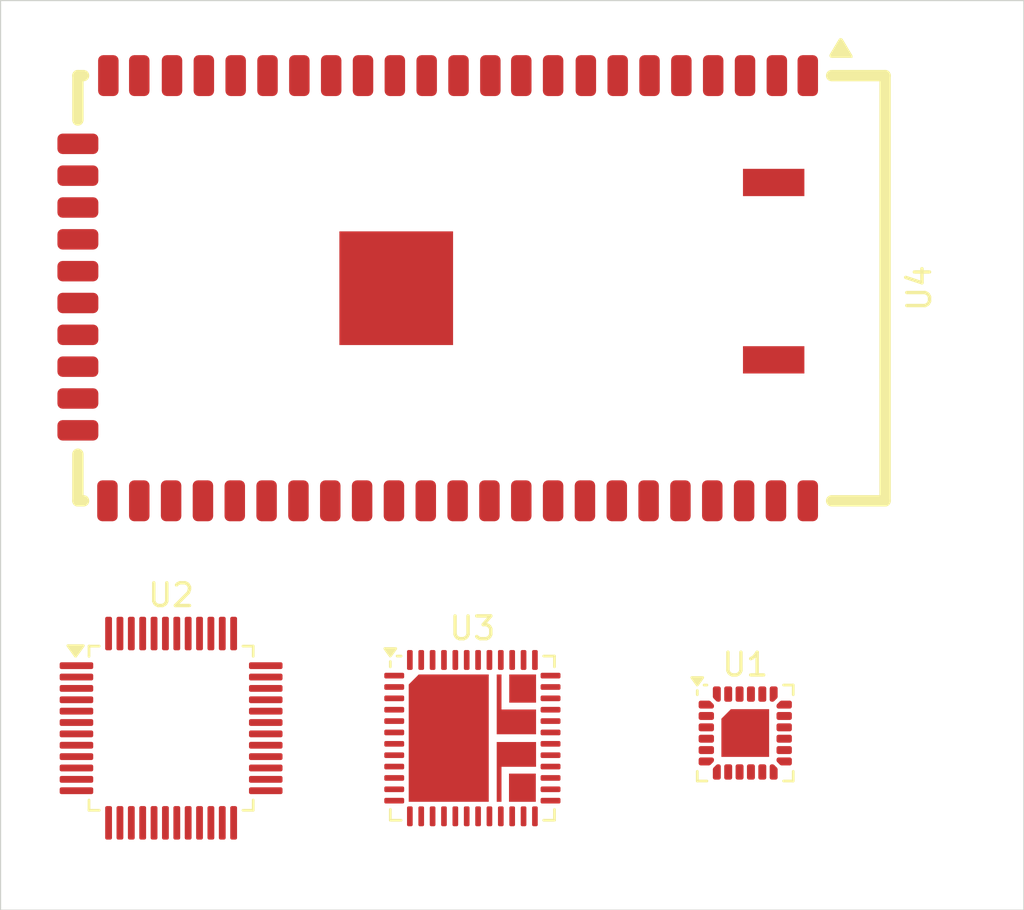
<source format=kicad_pcb>
(kicad_pcb (version 20240108) (generator "pcbnew") (generator_version "8.0")
  (layers (0 "F.Cu" signal) (31 "B.Cu" signal) (34 "B.Paste" user) (35 "F.Paste" user) (36 "B.SilkS" user "B.Silkscreen") (37 "F.SilkS" user "F.Silkscreen") (38 "B.Mask" user) (39 "F.Mask" user) (44 "Edge.Cuts" user))
  (net 0 "")
  (footprint "mipt:QFN-48-1EP_7x7mm_P0.5mm_EP5.6x5.6mm_1" (layer "F.Cu") (at 100.25 78.9375)
    (property "Reference" "U3" (at 0 -4.83 0) (layer "F.SilkS"))
    (property "Value" "XS2184")
    (fp_line (start -3.61 -3.135) (end -3.61 -3.37) (stroke (width 0.12)) (layer "F.SilkS"))
    (fp_line (start -3.61 3.61) (end -3.61 3.135) (stroke (width 0.12)) (layer "F.SilkS"))
    (fp_line (start -3.135 -3.61) (end -3.31 -3.61) (stroke (width 0.12)) (layer "F.SilkS"))
    (fp_line (start -3.135 3.61) (end -3.61 3.61) (stroke (width 0.12)) (layer "F.SilkS"))
    (fp_line (start 3.135 -3.61) (end 3.61 -3.61) (stroke (width 0.12)) (layer "F.SilkS"))
    (fp_line (start 3.135 3.61) (end 3.61 3.61) (stroke (width 0.12)) (layer "F.SilkS"))
    (fp_line (start 3.61 -3.61) (end 3.61 -3.135) (stroke (width 0.12)) (layer "F.SilkS"))
    (fp_line (start 3.61 3.61) (end 3.61 3.135) (stroke (width 0.12)) (layer "F.SilkS"))
    (fp_poly (pts (xy -3.61 -3.61) (xy -3.85 -3.94) (xy -3.37 -3.94) (xy -3.61 -3.61)) (stroke (width 0.12)) (fill solid) (layer "F.SilkS"))
    (pad "1" smd roundrect (at -3.4375 -2.75) (size 0.875 0.25) (layers "F.Cu" "F.Paste" "F.Mask"))
    (pad "2" smd roundrect (at -3.4375 -2.25) (size 0.875 0.25) (layers "F.Cu" "F.Paste" "F.Mask"))
    (pad "3" smd roundrect (at -3.4375 -1.75) (size 0.875 0.25) (layers "F.Cu" "F.Paste" "F.Mask"))
    (pad "4" smd roundrect (at -3.4375 -1.25) (size 0.875 0.25) (layers "F.Cu" "F.Paste" "F.Mask"))
    (pad "5" smd roundrect (at -3.4375 -0.75) (size 0.875 0.25) (layers "F.Cu" "F.Paste" "F.Mask"))
    (pad "6" smd roundrect (at -3.4375 -0.25) (size 0.875 0.25) (layers "F.Cu" "F.Paste" "F.Mask"))
    (pad "7" smd roundrect (at -3.4375 0.25) (size 0.875 0.25) (layers "F.Cu" "F.Paste" "F.Mask"))
    (pad "8" smd roundrect (at -3.4375 0.75) (size 0.875 0.25) (layers "F.Cu" "F.Paste" "F.Mask"))
    (pad "9" smd roundrect (at -3.4375 1.25) (size 0.875 0.25) (layers "F.Cu" "F.Paste" "F.Mask"))
    (pad "10" smd roundrect (at -3.4375 1.75) (size 0.875 0.25) (layers "F.Cu" "F.Paste" "F.Mask"))
    (pad "11" smd roundrect (at -3.4375 2.25) (size 0.875 0.25) (layers "F.Cu" "F.Paste" "F.Mask"))
    (pad "12" smd roundrect (at -3.4375 2.75) (size 0.875 0.25) (layers "F.Cu" "F.Paste" "F.Mask"))
    (pad "13" smd roundrect (at -2.75 3.4375) (size 0.25 0.875) (layers "F.Cu" "F.Paste" "F.Mask"))
    (pad "14" smd roundrect (at -2.25 3.4375) (size 0.25 0.875) (layers "F.Cu" "F.Paste" "F.Mask"))
    (pad "15" smd roundrect (at -1.75 3.4375) (size 0.25 0.875) (layers "F.Cu" "F.Paste" "F.Mask"))
    (pad "16" smd roundrect (at -1.25 3.4375) (size 0.25 0.875) (layers "F.Cu" "F.Paste" "F.Mask"))
    (pad "17" smd roundrect (at -0.75 3.4375) (size 0.25 0.875) (layers "F.Cu" "F.Paste" "F.Mask"))
    (pad "18" smd roundrect (at -0.25 3.4375) (size 0.25 0.875) (layers "F.Cu" "F.Paste" "F.Mask"))
    (pad "19" smd roundrect (at 0.25 3.4375) (size 0.25 0.875) (layers "F.Cu" "F.Paste" "F.Mask"))
    (pad "20" smd roundrect (at 0.75 3.4375) (size 0.25 0.875) (layers "F.Cu" "F.Paste" "F.Mask"))
    (pad "21" smd roundrect (at 1.25 3.4375) (size 0.25 0.875) (layers "F.Cu" "F.Paste" "F.Mask"))
    (pad "22" smd roundrect (at 1.75 3.4375) (size 0.25 0.875) (layers "F.Cu" "F.Paste" "F.Mask"))
    (pad "23" smd roundrect (at 2.25 3.4375) (size 0.25 0.875) (layers "F.Cu" "F.Paste" "F.Mask"))
    (pad "24" smd roundrect (at 2.75 3.4375) (size 0.25 0.875) (layers "F.Cu" "F.Paste" "F.Mask"))
    (pad "25" smd roundrect (at 3.4375 2.75) (size 0.875 0.25) (layers "F.Cu" "F.Paste" "F.Mask"))
    (pad "26" smd roundrect (at 3.4375 2.25) (size 0.875 0.25) (layers "F.Cu" "F.Paste" "F.Mask"))
    (pad "27" smd roundrect (at 3.4375 1.75) (size 0.875 0.25) (layers "F.Cu" "F.Paste" "F.Mask"))
    (pad "28" smd roundrect (at 3.4375 1.25) (size 0.875 0.25) (layers "F.Cu" "F.Paste" "F.Mask"))
    (pad "29" smd roundrect (at 3.4375 0.75) (size 0.875 0.25) (layers "F.Cu" "F.Paste" "F.Mask"))
    (pad "30" smd roundrect (at 3.4375 0.25) (size 0.875 0.25) (layers "F.Cu" "F.Paste" "F.Mask"))
    (pad "31" smd roundrect (at 3.4375 -0.25) (size 0.875 0.25) (layers "F.Cu" "F.Paste" "F.Mask"))
    (pad "32" smd roundrect (at 3.4375 -0.75) (size 0.875 0.25) (layers "F.Cu" "F.Paste" "F.Mask"))
    (pad "33" smd roundrect (at 3.4375 -1.25) (size 0.875 0.25) (layers "F.Cu" "F.Paste" "F.Mask"))
    (pad "34" smd roundrect (at 3.4375 -1.75) (size 0.875 0.25) (layers "F.Cu" "F.Paste" "F.Mask"))
    (pad "35" smd roundrect (at 3.4375 -2.25) (size 0.875 0.25) (layers "F.Cu" "F.Paste" "F.Mask"))
    (pad "36" smd roundrect (at 3.4375 -2.75) (size 0.875 0.25) (layers "F.Cu" "F.Paste" "F.Mask"))
    (pad "37" smd roundrect (at 2.75 -3.4375) (size 0.25 0.875) (layers "F.Cu" "F.Paste" "F.Mask"))
    (pad "38" smd roundrect (at 2.25 -3.4375) (size 0.25 0.875) (layers "F.Cu" "F.Paste" "F.Mask"))
    (pad "39" smd roundrect (at 1.75 -3.4375) (size 0.25 0.875) (layers "F.Cu" "F.Paste" "F.Mask"))
    (pad "40" smd roundrect (at 1.25 -3.4375) (size 0.25 0.875) (layers "F.Cu" "F.Paste" "F.Mask"))
    (pad "41" smd roundrect (at 0.75 -3.4375) (size 0.25 0.875) (layers "F.Cu" "F.Paste" "F.Mask"))
    (pad "42" smd roundrect (at 0.25 -3.4375) (size 0.25 0.875) (layers "F.Cu" "F.Paste" "F.Mask"))
    (pad "43" smd roundrect (at -0.25 -3.4375) (size 0.25 0.875) (layers "F.Cu" "F.Paste" "F.Mask"))
    (pad "44" smd roundrect (at -0.75 -3.4375) (size 0.25 0.875) (layers "F.Cu" "F.Paste" "F.Mask"))
    (pad "45" smd roundrect (at -1.25 -3.4375) (size 0.25 0.875) (layers "F.Cu" "F.Paste" "F.Mask"))
    (pad "46" smd roundrect (at -1.75 -3.4375) (size 0.25 0.875) (layers "F.Cu" "F.Paste" "F.Mask"))
    (pad "47" smd roundrect (at -2.25 -3.4375) (size 0.25 0.875) (layers "F.Cu" "F.Paste" "F.Mask"))
    (pad "48" smd roundrect (at -2.75 -3.4375) (size 0.25 0.875) (layers "F.Cu" "F.Paste" "F.Mask"))
    (pad "49" smd roundrect (at -1.04 0) (size 3.52 5.6) (property pad_prop_heatsink) (layers "F.Cu" "F.Paste" "F.Mask") (roundrect_rratio 0) (chamfer_ratio 0.125) (chamfer top_left))
    (pad "50" smd rect (at 2.21 -2.18) (size 1.18 1.24) (property pad_prop_heatsink) (layers "F.Cu" "F.Paste" "F.Mask"))
    (pad "51" smd custom (at 1.75 -0.5) (size 0.84 0.5) (property pad_prop_heatsink) (layers "F.Cu" "F.Paste" "F.Mask") (options (clearance outline) (anchor rect)) (primitives (gr_poly (pts (xy -0.68 -2.3) (xy -0.47 -2.3) (xy -0.47 -0.76) (xy 1.05 -0.76) (xy 1.05 0.33) (xy -0.68 0.33)) (width 0) (fill yes))))
    (pad "52" smd custom (at 1.75 0.5) (size 0.84 0.5) (property pad_prop_heatsink) (layers "F.Cu" "F.Paste" "F.Mask") (options (clearance outline) (anchor rect)) (primitives (gr_poly (pts (xy -0.68 2.3) (xy -0.47 2.3) (xy -0.47 0.76) (xy 1.05 0.76) (xy 1.05 -0.33) (xy -0.68 -0.33)) (width 0) (fill yes))))
    (pad "53" smd rect (at 2.2 2.18) (size 1.18 1.24) (property pad_prop_heatsink) (layers "F.Cu" "F.Paste" "F.Mask"))
  )
  (footprint "mipt:HLK-7628N" (layer "F.Cu") (at 100.65 59.15)
    (property "Reference" "U4" (at 19.25 0 90) (layer "F.SilkS"))
    (property "Value" "HLK-7628N")
    (fp_line (start -17.75 -9.35) (end -17.75 -7.4) (stroke (width 0.5)) (layer "F.SilkS"))
    (fp_line (start -17.75 -9.35) (end -17.5 -9.35) (stroke (width 0.5)) (layer "F.SilkS"))
    (fp_line (start -17.75 7.3) (end -17.75 9.35) (stroke (width 0.5)) (layer "F.SilkS"))
    (fp_line (start -17.75 9.35) (end -17.5 9.35) (stroke (width 0.5)) (layer "F.SilkS"))
    (fp_line (start 17.75 -9.35) (end 15.4 -9.35) (stroke (width 0.5)) (layer "F.SilkS"))
    (fp_line (start 17.75 -9.35) (end 17.750627 9.350627) (stroke (width 0.5)) (layer "F.SilkS"))
    (fp_line (start 17.75 9.35) (end 15.4 9.35) (stroke (width 0.5)) (layer "F.SilkS"))
    (fp_poly (pts (xy 15.4 -10.23) (xy 15.8 -10.9) (xy 16.2 -10.23)) (stroke (width 0.2)) (fill solid) (layer "F.SilkS"))
    (pad "" smd rect (at -3.75 0) (size 5 5) (layers "F.Cu" "F.Paste" "F.Mask"))
    (pad "" smd rect (at 12.85 -4.65) (size 2.7 1.2) (layers "F.Cu" "F.Paste" "F.Mask"))
    (pad "" smd rect (at 12.85 3.15) (size 2.7 1.2) (layers "F.Cu" "F.Paste" "F.Mask"))
    (pad "1" smd roundrect (at 14.35 -9.35) (size 0.9 1.8) (layers "F.Cu" "F.Paste" "F.Mask"))
    (pad "2" smd roundrect (at 12.99 -9.35) (size 0.9 1.8) (layers "F.Cu" "F.Paste" "F.Mask"))
    (pad "3" smd roundrect (at 11.59 -9.35) (size 0.9 1.8) (layers "F.Cu" "F.Paste" "F.Mask"))
    (pad "4" smd roundrect (at 10.19 -9.35) (size 0.9 1.8) (layers "F.Cu" "F.Paste" "F.Mask"))
    (pad "5" smd roundrect (at 8.79 -9.35) (size 0.9 1.8) (layers "F.Cu" "F.Paste" "F.Mask"))
    (pad "6" smd roundrect (at 7.39 -9.35) (size 0.9 1.8) (layers "F.Cu" "F.Paste" "F.Mask"))
    (pad "7" smd roundrect (at 5.99 -9.35) (size 0.9 1.8) (layers "F.Cu" "F.Paste" "F.Mask"))
    (pad "8" smd roundrect (at 4.59 -9.35) (size 0.9 1.8) (layers "F.Cu" "F.Paste" "F.Mask"))
    (pad "9" smd roundrect (at 3.15 -9.35) (size 0.9 1.8) (layers "F.Cu" "F.Paste" "F.Mask"))
    (pad "10" smd roundrect (at 1.75 -9.35) (size 0.9 1.8) (layers "F.Cu" "F.Paste" "F.Mask"))
    (pad "11" smd roundrect (at 0.39 -9.35) (size 0.9 1.8) (layers "F.Cu" "F.Paste" "F.Mask"))
    (pad "12" smd roundrect (at -1.01 -9.35) (size 0.9 1.8) (layers "F.Cu" "F.Paste" "F.Mask"))
    (pad "13" smd roundrect (at -2.41 -9.35) (size 0.9 1.8) (layers "F.Cu" "F.Paste" "F.Mask"))
    (pad "14" smd roundrect (at -3.81 -9.35) (size 0.9 1.8) (layers "F.Cu" "F.Paste" "F.Mask"))
    (pad "15" smd roundrect (at -5.21 -9.35) (size 0.9 1.8) (layers "F.Cu" "F.Paste" "F.Mask"))
    (pad "16" smd roundrect (at -6.61 -9.35) (size 0.9 1.8) (layers "F.Cu" "F.Paste" "F.Mask"))
    (pad "17" smd roundrect (at -8.01 -9.35) (size 0.9 1.8) (layers "F.Cu" "F.Paste" "F.Mask"))
    (pad "18" smd roundrect (at -9.41 -9.35) (size 0.9 1.8) (layers "F.Cu" "F.Paste" "F.Mask"))
    (pad "19" smd roundrect (at -10.81 -9.35) (size 0.9 1.8) (layers "F.Cu" "F.Paste" "F.Mask"))
    (pad "20" smd roundrect (at -12.21 -9.35) (size 0.9 1.8) (layers "F.Cu" "F.Paste" "F.Mask"))
    (pad "21" smd roundrect (at -13.61 -9.35) (size 0.9 1.8) (layers "F.Cu" "F.Paste" "F.Mask"))
    (pad "22" smd roundrect (at -15.05 -9.35) (size 0.9 1.8) (layers "F.Cu" "F.Paste" "F.Mask"))
    (pad "23" smd roundrect (at -16.41 -9.35) (size 0.9 1.8) (layers "F.Cu" "F.Paste" "F.Mask"))
    (pad "24" smd roundrect (at -17.75 -6.35 90) (size 0.9 1.8) (layers "F.Cu" "F.Paste" "F.Mask"))
    (pad "25" smd roundrect (at -17.75 -4.95 90) (size 0.9 1.8) (layers "F.Cu" "F.Paste" "F.Mask"))
    (pad "26" smd roundrect (at -17.75 -3.55 90) (size 0.9 1.8) (layers "F.Cu" "F.Paste" "F.Mask"))
    (pad "27" smd roundrect (at -17.75 -2.15 90) (size 0.9 1.8) (layers "F.Cu" "F.Paste" "F.Mask"))
    (pad "28" smd roundrect (at -17.75 -0.75 90) (size 0.9 1.8) (layers "F.Cu" "F.Paste" "F.Mask"))
    (pad "29" smd roundrect (at -17.75 0.65 90) (size 0.9 1.8) (layers "F.Cu" "F.Paste" "F.Mask"))
    (pad "30" smd roundrect (at -17.75 2.05 90) (size 0.9 1.8) (layers "F.Cu" "F.Paste" "F.Mask"))
    (pad "31" smd roundrect (at -17.75 3.45 90) (size 0.9 1.8) (layers "F.Cu" "F.Paste" "F.Mask"))
    (pad "32" smd roundrect (at -17.75 4.85 90) (size 0.9 1.8) (layers "F.Cu" "F.Paste" "F.Mask"))
    (pad "33" smd roundrect (at -17.75 6.25 90) (size 0.9 1.8) (layers "F.Cu" "F.Paste" "F.Mask"))
    (pad "34" smd roundrect (at -16.45 9.35) (size 0.9 1.8) (layers "F.Cu" "F.Paste" "F.Mask"))
    (pad "35" smd roundrect (at -15.05 9.35) (size 0.9 1.8) (layers "F.Cu" "F.Paste" "F.Mask"))
    (pad "36" smd roundrect (at -13.65 9.35) (size 0.9 1.8) (layers "F.Cu" "F.Paste" "F.Mask"))
    (pad "37" smd roundrect (at -12.25 9.35) (size 0.9 1.8) (layers "F.Cu" "F.Paste" "F.Mask"))
    (pad "38" smd roundrect (at -10.85 9.35) (size 0.9 1.8) (layers "F.Cu" "F.Paste" "F.Mask"))
    (pad "39" smd roundrect (at -9.45 9.35) (size 0.9 1.8) (layers "F.Cu" "F.Paste" "F.Mask"))
    (pad "40" smd roundrect (at -8.05 9.35) (size 0.9 1.8) (layers "F.Cu" "F.Paste" "F.Mask"))
    (pad "41" smd roundrect (at -6.65 9.35) (size 0.9 1.8) (layers "F.Cu" "F.Paste" "F.Mask"))
    (pad "42" smd roundrect (at -5.25 9.35) (size 0.9 1.8) (layers "F.Cu" "F.Paste" "F.Mask"))
    (pad "43" smd roundrect (at -3.85 9.35) (size 0.9 1.8) (layers "F.Cu" "F.Paste" "F.Mask"))
    (pad "44" smd roundrect (at -2.45 9.35) (size 0.9 1.8) (layers "F.Cu" "F.Paste" "F.Mask"))
    (pad "45" smd roundrect (at -1.05 9.35) (size 0.9 1.8) (layers "F.Cu" "F.Paste" "F.Mask"))
    (pad "46" smd roundrect (at 0.35 9.35) (size 0.9 1.8) (layers "F.Cu" "F.Paste" "F.Mask"))
    (pad "47" smd roundrect (at 1.75 9.35) (size 0.9 1.8) (layers "F.Cu" "F.Paste" "F.Mask"))
    (pad "48" smd roundrect (at 3.15 9.35) (size 0.9 1.8) (layers "F.Cu" "F.Paste" "F.Mask"))
    (pad "49" smd roundrect (at 4.55 9.35) (size 0.9 1.8) (layers "F.Cu" "F.Paste" "F.Mask"))
    (pad "50" smd roundrect (at 5.95 9.35) (size 0.9 1.8) (layers "F.Cu" "F.Paste" "F.Mask"))
    (pad "51" smd roundrect (at 7.35 9.35) (size 0.9 1.8) (layers "F.Cu" "F.Paste" "F.Mask"))
    (pad "52" smd roundrect (at 8.75 9.35) (size 0.9 1.8) (layers "F.Cu" "F.Paste" "F.Mask"))
    (pad "53" smd roundrect (at 10.15 9.35) (size 0.9 1.8) (layers "F.Cu" "F.Paste" "F.Mask"))
    (pad "54" smd roundrect (at 11.55 9.35) (size 0.9 1.8) (layers "F.Cu" "F.Paste" "F.Mask"))
    (pad "55" smd roundrect (at 12.95 9.35) (size 0.9 1.8) (layers "F.Cu" "F.Paste" "F.Mask"))
    (pad "56" smd roundrect (at 14.35 9.35) (size 0.9 1.8) (layers "F.Cu" "F.Paste" "F.Mask"))
  )
  (footprint "Package_QFP:LQFP-48_7x7mm_P0.5mm" (layer "F.Cu") (at 87 78.5)
    (property "Reference" "U2" (at 0 -5.85 0) (layer "F.SilkS"))
    (property "Value" "BL0910")
    (fp_line (start -3.61 -3.61) (end -3.61 -3.16) (stroke (width 0.12)) (layer "F.SilkS"))
    (fp_line (start -3.61 3.61) (end -3.61 3.16) (stroke (width 0.12)) (layer "F.SilkS"))
    (fp_line (start -3.16 -3.61) (end -3.61 -3.61) (stroke (width 0.12)) (layer "F.SilkS"))
    (fp_line (start -3.16 3.61) (end -3.61 3.61) (stroke (width 0.12)) (layer "F.SilkS"))
    (fp_line (start 3.16 -3.61) (end 3.61 -3.61) (stroke (width 0.12)) (layer "F.SilkS"))
    (fp_line (start 3.16 3.61) (end 3.61 3.61) (stroke (width 0.12)) (layer "F.SilkS"))
    (fp_line (start 3.61 -3.61) (end 3.61 -3.16) (stroke (width 0.12)) (layer "F.SilkS"))
    (fp_line (start 3.61 3.61) (end 3.61 3.16) (stroke (width 0.12)) (layer "F.SilkS"))
    (fp_poly (pts (xy -4.2 -3.16) (xy -4.54 -3.63) (xy -3.86 -3.63) (xy -4.2 -3.16)) (stroke (width 0.12)) (fill solid) (layer "F.SilkS"))
    (pad "1" smd roundrect (at -4.1625 -2.75) (size 1.475 0.3) (layers "F.Cu" "F.Paste" "F.Mask"))
    (pad "2" smd roundrect (at -4.1625 -2.25) (size 1.475 0.3) (layers "F.Cu" "F.Paste" "F.Mask"))
    (pad "3" smd roundrect (at -4.1625 -1.75) (size 1.475 0.3) (layers "F.Cu" "F.Paste" "F.Mask"))
    (pad "4" smd roundrect (at -4.1625 -1.25) (size 1.475 0.3) (layers "F.Cu" "F.Paste" "F.Mask"))
    (pad "5" smd roundrect (at -4.1625 -0.75) (size 1.475 0.3) (layers "F.Cu" "F.Paste" "F.Mask"))
    (pad "6" smd roundrect (at -4.1625 -0.25) (size 1.475 0.3) (layers "F.Cu" "F.Paste" "F.Mask"))
    (pad "7" smd roundrect (at -4.1625 0.25) (size 1.475 0.3) (layers "F.Cu" "F.Paste" "F.Mask"))
    (pad "8" smd roundrect (at -4.1625 0.75) (size 1.475 0.3) (layers "F.Cu" "F.Paste" "F.Mask"))
    (pad "9" smd roundrect (at -4.1625 1.25) (size 1.475 0.3) (layers "F.Cu" "F.Paste" "F.Mask"))
    (pad "10" smd roundrect (at -4.1625 1.75) (size 1.475 0.3) (layers "F.Cu" "F.Paste" "F.Mask"))
    (pad "11" smd roundrect (at -4.1625 2.25) (size 1.475 0.3) (layers "F.Cu" "F.Paste" "F.Mask"))
    (pad "12" smd roundrect (at -4.1625 2.75) (size 1.475 0.3) (layers "F.Cu" "F.Paste" "F.Mask"))
    (pad "13" smd roundrect (at -2.75 4.1625) (size 0.3 1.475) (layers "F.Cu" "F.Paste" "F.Mask"))
    (pad "14" smd roundrect (at -2.25 4.1625) (size 0.3 1.475) (layers "F.Cu" "F.Paste" "F.Mask"))
    (pad "15" smd roundrect (at -1.75 4.1625) (size 0.3 1.475) (layers "F.Cu" "F.Paste" "F.Mask"))
    (pad "16" smd roundrect (at -1.25 4.1625) (size 0.3 1.475) (layers "F.Cu" "F.Paste" "F.Mask"))
    (pad "17" smd roundrect (at -0.75 4.1625) (size 0.3 1.475) (layers "F.Cu" "F.Paste" "F.Mask"))
    (pad "18" smd roundrect (at -0.25 4.1625) (size 0.3 1.475) (layers "F.Cu" "F.Paste" "F.Mask"))
    (pad "19" smd roundrect (at 0.25 4.1625) (size 0.3 1.475) (layers "F.Cu" "F.Paste" "F.Mask"))
    (pad "20" smd roundrect (at 0.75 4.1625) (size 0.3 1.475) (layers "F.Cu" "F.Paste" "F.Mask"))
    (pad "21" smd roundrect (at 1.25 4.1625) (size 0.3 1.475) (layers "F.Cu" "F.Paste" "F.Mask"))
    (pad "22" smd roundrect (at 1.75 4.1625) (size 0.3 1.475) (layers "F.Cu" "F.Paste" "F.Mask"))
    (pad "23" smd roundrect (at 2.25 4.1625) (size 0.3 1.475) (layers "F.Cu" "F.Paste" "F.Mask"))
    (pad "24" smd roundrect (at 2.75 4.1625) (size 0.3 1.475) (layers "F.Cu" "F.Paste" "F.Mask"))
    (pad "25" smd roundrect (at 4.1625 2.75) (size 1.475 0.3) (layers "F.Cu" "F.Paste" "F.Mask"))
    (pad "26" smd roundrect (at 4.1625 2.25) (size 1.475 0.3) (layers "F.Cu" "F.Paste" "F.Mask"))
    (pad "27" smd roundrect (at 4.1625 1.75) (size 1.475 0.3) (layers "F.Cu" "F.Paste" "F.Mask"))
    (pad "28" smd roundrect (at 4.1625 1.25) (size 1.475 0.3) (layers "F.Cu" "F.Paste" "F.Mask"))
    (pad "29" smd roundrect (at 4.1625 0.75) (size 1.475 0.3) (layers "F.Cu" "F.Paste" "F.Mask"))
    (pad "30" smd roundrect (at 4.1625 0.25) (size 1.475 0.3) (layers "F.Cu" "F.Paste" "F.Mask"))
    (pad "31" smd roundrect (at 4.1625 -0.25) (size 1.475 0.3) (layers "F.Cu" "F.Paste" "F.Mask"))
    (pad "32" smd roundrect (at 4.1625 -0.75) (size 1.475 0.3) (layers "F.Cu" "F.Paste" "F.Mask"))
    (pad "33" smd roundrect (at 4.1625 -1.25) (size 1.475 0.3) (layers "F.Cu" "F.Paste" "F.Mask"))
    (pad "34" smd roundrect (at 4.1625 -1.75) (size 1.475 0.3) (layers "F.Cu" "F.Paste" "F.Mask"))
    (pad "35" smd roundrect (at 4.1625 -2.25) (size 1.475 0.3) (layers "F.Cu" "F.Paste" "F.Mask"))
    (pad "36" smd roundrect (at 4.1625 -2.75) (size 1.475 0.3) (layers "F.Cu" "F.Paste" "F.Mask"))
    (pad "37" smd roundrect (at 2.75 -4.1625) (size 0.3 1.475) (layers "F.Cu" "F.Paste" "F.Mask"))
    (pad "38" smd roundrect (at 2.25 -4.1625) (size 0.3 1.475) (layers "F.Cu" "F.Paste" "F.Mask"))
    (pad "39" smd roundrect (at 1.75 -4.1625) (size 0.3 1.475) (layers "F.Cu" "F.Paste" "F.Mask"))
    (pad "40" smd roundrect (at 1.25 -4.1625) (size 0.3 1.475) (layers "F.Cu" "F.Paste" "F.Mask"))
    (pad "41" smd roundrect (at 0.75 -4.1625) (size 0.3 1.475) (layers "F.Cu" "F.Paste" "F.Mask"))
    (pad "42" smd roundrect (at 0.25 -4.1625) (size 0.3 1.475) (layers "F.Cu" "F.Paste" "F.Mask"))
    (pad "43" smd roundrect (at -0.25 -4.1625) (size 0.3 1.475) (layers "F.Cu" "F.Paste" "F.Mask"))
    (pad "44" smd roundrect (at -0.75 -4.1625) (size 0.3 1.475) (layers "F.Cu" "F.Paste" "F.Mask"))
    (pad "45" smd roundrect (at -1.25 -4.1625) (size 0.3 1.475) (layers "F.Cu" "F.Paste" "F.Mask"))
    (pad "46" smd roundrect (at -1.75 -4.1625) (size 0.3 1.475) (layers "F.Cu" "F.Paste" "F.Mask"))
    (pad "47" smd roundrect (at -2.25 -4.1625) (size 0.3 1.475) (layers "F.Cu" "F.Paste" "F.Mask"))
    (pad "48" smd roundrect (at -2.75 -4.1625) (size 0.3 1.475) (layers "F.Cu" "F.Paste" "F.Mask"))
  )
  (footprint "mipt:TQFN-24-1EP_4x4mm_P0.5mm_EP2.1x2.1mm" (layer "F.Cu") (at 112.25 78.7125)
    (property "Reference" "U1" (at 0 -3.01 0) (layer "F.SilkS"))
    (property "Value" "AW9523BTQR")
    (fp_line (start -2.11 -1.685) (end -2.11 -1.87) (stroke (width 0.12)) (layer "F.SilkS"))
    (fp_line (start -2.11 2.11) (end -2.11 1.685) (stroke (width 0.12)) (layer "F.SilkS"))
    (fp_line (start -1.685 -2.11) (end -1.81 -2.11) (stroke (width 0.12)) (layer "F.SilkS"))
    (fp_line (start -1.685 2.11) (end -2.11 2.11) (stroke (width 0.12)) (layer "F.SilkS"))
    (fp_line (start 1.685 -2.11) (end 2.11 -2.11) (stroke (width 0.12)) (layer "F.SilkS"))
    (fp_line (start 1.685 2.11) (end 2.11 2.11) (stroke (width 0.12)) (layer "F.SilkS"))
    (fp_line (start 2.11 -2.11) (end 2.11 -1.685) (stroke (width 0.12)) (layer "F.SilkS"))
    (fp_line (start 2.11 2.11) (end 2.11 1.685) (stroke (width 0.12)) (layer "F.SilkS"))
    (fp_poly (pts (xy -2.11 -2.11) (xy -2.35 -2.44) (xy -1.87 -2.44) (xy -2.11 -2.11)) (stroke (width 0.12)) (fill solid) (layer "F.SilkS"))
    (pad "" smd roundrect (at 0 0) (size 2.1 2.1) (property pad_prop_heatsink) (layers "F.Cu" "F.Mask") (roundrect_rratio 0) (chamfer_ratio 0.2) (chamfer top_left))
    (pad "1" smd custom (at -1.7125 -1.25) (size 0.222721 0.222721) (layers "F.Cu" "F.Paste" "F.Mask") (options (clearance outline) (anchor circle)) (primitives (gr_poly (pts (xy -0.2525 -0.09) (xy 0.122292 -0.09) (xy 0.2525 0.040208) (xy 0.2525 0.09) (xy -0.2525 0.09)) (width 0.17) (fill yes))))
    (pad "2" smd roundrect (at -1.7125 -0.75) (size 0.675 0.35) (layers "F.Cu" "F.Paste" "F.Mask"))
    (pad "3" smd roundrect (at -1.7125 -0.25) (size 0.675 0.35) (layers "F.Cu" "F.Paste" "F.Mask"))
    (pad "4" smd roundrect (at -1.7125 0.25) (size 0.675 0.35) (layers "F.Cu" "F.Paste" "F.Mask"))
    (pad "5" smd roundrect (at -1.7125 0.75) (size 0.675 0.35) (layers "F.Cu" "F.Paste" "F.Mask"))
    (pad "6" smd custom (at -1.7125 1.25) (size 0.222721 0.222721) (layers "F.Cu" "F.Paste" "F.Mask") (options (clearance outline) (anchor circle)) (primitives (gr_poly (pts (xy -0.2525 -0.09) (xy 0.2525 -0.09) (xy 0.2525 -0.040208) (xy 0.122292 0.09) (xy -0.2525 0.09)) (width 0.17) (fill yes))))
    (pad "7" smd custom (at -1.25 1.7125) (size 0.222721 0.222721) (layers "F.Cu" "F.Paste" "F.Mask") (options (clearance outline) (anchor circle)) (primitives (gr_poly (pts (xy -0.09 -0.122292) (xy 0.040208 -0.2525) (xy 0.09 -0.2525) (xy 0.09 0.2525) (xy -0.09 0.2525)) (width 0.17) (fill yes))))
    (pad "8" smd roundrect (at -0.75 1.7125) (size 0.35 0.675) (layers "F.Cu" "F.Paste" "F.Mask"))
    (pad "9" smd roundrect (at -0.25 1.7125) (size 0.35 0.675) (layers "F.Cu" "F.Paste" "F.Mask"))
    (pad "10" smd roundrect (at 0.25 1.7125) (size 0.35 0.675) (layers "F.Cu" "F.Paste" "F.Mask"))
    (pad "11" smd roundrect (at 0.75 1.7125) (size 0.35 0.675) (layers "F.Cu" "F.Paste" "F.Mask"))
    (pad "12" smd custom (at 1.25 1.7125) (size 0.222721 0.222721) (layers "F.Cu" "F.Paste" "F.Mask") (options (clearance outline) (anchor circle)) (primitives (gr_poly (pts (xy -0.09 -0.2525) (xy -0.040208 -0.2525) (xy 0.09 -0.122292) (xy 0.09 0.2525) (xy -0.09 0.2525)) (width 0.17) (fill yes))))
    (pad "13" smd custom (at 1.7125 1.25) (size 0.222721 0.222721) (layers "F.Cu" "F.Paste" "F.Mask") (options (clearance outline) (anchor circle)) (primitives (gr_poly (pts (xy -0.2525 -0.09) (xy 0.2525 -0.09) (xy 0.2525 0.09) (xy -0.122292 0.09) (xy -0.2525 -0.040208)) (width 0.17) (fill yes))))
    (pad "14" smd roundrect (at 1.7125 0.75) (size 0.675 0.35) (layers "F.Cu" "F.Paste" "F.Mask"))
    (pad "15" smd roundrect (at 1.7125 0.25) (size 0.675 0.35) (layers "F.Cu" "F.Paste" "F.Mask"))
    (pad "16" smd roundrect (at 1.7125 -0.25) (size 0.675 0.35) (layers "F.Cu" "F.Paste" "F.Mask"))
    (pad "17" smd roundrect (at 1.7125 -0.75) (size 0.675 0.35) (layers "F.Cu" "F.Paste" "F.Mask"))
    (pad "18" smd custom (at 1.7125 -1.25) (size 0.222721 0.222721) (layers "F.Cu" "F.Paste" "F.Mask") (options (clearance outline) (anchor circle)) (primitives (gr_poly (pts (xy -0.2525 0.040208) (xy -0.122292 -0.09) (xy 0.2525 -0.09) (xy 0.2525 0.09) (xy -0.2525 0.09)) (width 0.17) (fill yes))))
    (pad "19" smd custom (at 1.25 -1.7125) (size 0.222721 0.222721) (layers "F.Cu" "F.Paste" "F.Mask") (options (clearance outline) (anchor circle)) (primitives (gr_poly (pts (xy -0.09 -0.2525) (xy 0.09 -0.2525) (xy 0.09 0.122292) (xy -0.040208 0.2525) (xy -0.09 0.2525)) (width 0.17) (fill yes))))
    (pad "20" smd roundrect (at 0.75 -1.7125) (size 0.35 0.675) (layers "F.Cu" "F.Paste" "F.Mask"))
    (pad "21" smd roundrect (at 0.25 -1.7125) (size 0.35 0.675) (layers "F.Cu" "F.Paste" "F.Mask"))
    (pad "22" smd roundrect (at -0.25 -1.7125) (size 0.35 0.675) (layers "F.Cu" "F.Paste" "F.Mask"))
    (pad "23" smd roundrect (at -0.75 -1.7125) (size 0.35 0.675) (layers "F.Cu" "F.Paste" "F.Mask"))
    (pad "24" smd custom (at -1.25 -1.7125) (size 0.222721 0.222721) (layers "F.Cu" "F.Paste" "F.Mask") (options (clearance outline) (anchor circle)) (primitives (gr_poly (pts (xy -0.09 -0.2525) (xy 0.09 -0.2525) (xy 0.09 0.2525) (xy 0.040208 0.2525) (xy -0.09 0.122292)) (width 0.17) (fill yes))))
  )
  (gr_rect (start 79.5 46.5) (end 124.5 86.5) (stroke (width 0.05)) (fill none) (layer "Edge.Cuts"))
)
</source>
